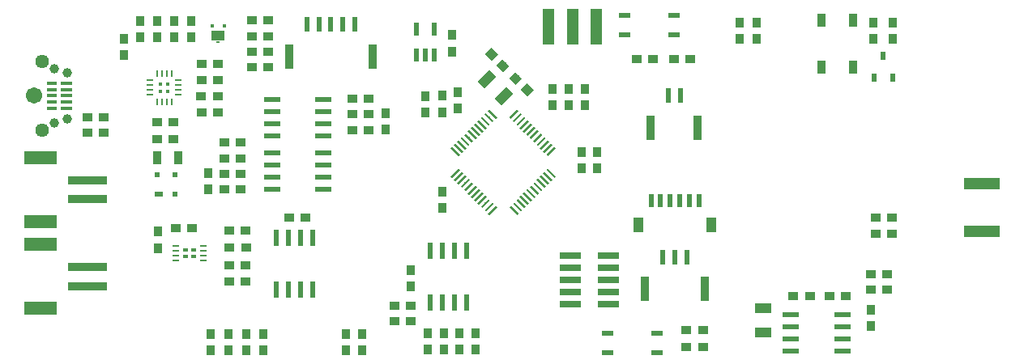
<source format=gbr>
G04 #@! TF.GenerationSoftware,KiCad,Pcbnew,5.0.0-fee4fd1~65~ubuntu16.04.1*
G04 #@! TF.CreationDate,2018-08-20T15:45:06-07:00*
G04 #@! TF.ProjectId,fk-core,666B2D636F72652E6B696361645F7063,0.1*
G04 #@! TF.SameCoordinates,PX791ddc0PY791ddc0*
G04 #@! TF.FileFunction,Paste,Top*
G04 #@! TF.FilePolarity,Positive*
%FSLAX46Y46*%
G04 Gerber Fmt 4.6, Leading zero omitted, Abs format (unit mm)*
G04 Created by KiCad (PCBNEW 5.0.0-fee4fd1~65~ubuntu16.04.1) date Mon Aug 20 15:45:06 2018*
%MOMM*%
%LPD*%
G01*
G04 APERTURE LIST*
%ADD10C,1.710000*%
%ADD11C,1.440000*%
%ADD12C,0.990000*%
%ADD13R,1.215000X0.360000*%
%ADD14R,1.125000X0.360000*%
%ADD15R,3.420000X1.350000*%
%ADD16R,4.050000X0.900000*%
%ADD17R,0.900000X0.990000*%
%ADD18R,0.540000X1.530000*%
%ADD19R,0.900000X2.520000*%
%ADD20R,2.250000X0.675000*%
%ADD21R,1.305000X0.630000*%
%ADD22R,0.810000X1.350000*%
%ADD23R,0.990000X0.900000*%
%ADD24C,0.900000*%
%ADD25C,0.100000*%
%ADD26R,0.360000X0.450000*%
%ADD27R,1.440000X0.990000*%
%ADD28R,0.360000X0.225000*%
%ADD29R,0.900000X0.630000*%
%ADD30R,0.540000X0.630000*%
%ADD31R,0.900000X1.350000*%
%ADD32R,3.780000X1.143000*%
%ADD33R,1.143000X3.780000*%
%ADD34R,0.585000X0.945000*%
%ADD35C,0.225000*%
%ADD36R,0.585000X1.404000*%
%ADD37R,0.540000X1.800000*%
%ADD38R,0.435000X0.435000*%
%ADD39R,0.715000X0.202000*%
%ADD40R,0.202000X0.715000*%
%ADD41R,0.220000X0.715000*%
%ADD42R,1.800000X0.540000*%
%ADD43R,0.675000X0.270000*%
%ADD44R,0.525000X0.435000*%
%ADD45R,1.710000X0.990000*%
%ADD46R,0.540000X1.395000*%
%ADD47R,1.080000X1.620000*%
G04 APERTURE END LIST*
D10*
G04 #@! TO.C,J9*
X-51358500Y8445000D03*
D11*
X-50583500Y4820000D03*
X-50583500Y12070000D03*
D12*
X-47933500Y6020000D03*
X-47933500Y10870000D03*
D13*
X-48008500Y7145000D03*
X-48008500Y7795000D03*
X-48008500Y8445000D03*
X-48008500Y9095000D03*
X-48008500Y9745000D03*
D12*
X-49258500Y11245000D03*
X-49258500Y5645000D03*
D14*
X-49508500Y7145000D03*
X-49508500Y7795000D03*
X-49508500Y8445000D03*
X-49508500Y9095000D03*
X-49508500Y9745000D03*
G04 #@! TD*
D15*
G04 #@! TO.C,J10*
X-50689000Y-13812000D03*
X-50689000Y-7112000D03*
D16*
X-45839000Y-11462000D03*
X-45839000Y-9462000D03*
G04 #@! TD*
D15*
G04 #@! TO.C,J3*
X-50689000Y-4731000D03*
X-50689000Y1969000D03*
D16*
X-45839000Y-2381000D03*
X-45839000Y-381000D03*
G04 #@! TD*
D17*
G04 #@! TO.C,C16*
X-6926802Y-16440022D03*
X-6926802Y-18140022D03*
G04 #@! TD*
D18*
G04 #@! TO.C,J5*
X16820200Y-8438600D03*
X15570200Y-8438600D03*
X14320200Y-8438600D03*
D19*
X18670200Y-11788600D03*
X12470200Y-11788600D03*
G04 #@! TD*
D18*
G04 #@! TO.C,J6*
X-17864200Y15923000D03*
X-19114200Y15923000D03*
X-20364200Y15923000D03*
X-21614200Y15923000D03*
X-22864200Y15923000D03*
D19*
X-16014200Y12573000D03*
X-24714200Y12573000D03*
G04 #@! TD*
D20*
G04 #@! TO.C,J7*
X8629400Y-13385800D03*
X4629400Y-13385800D03*
X8629400Y-12115800D03*
X4629400Y-12115800D03*
X8629400Y-10845800D03*
X4629400Y-10845800D03*
X8629400Y-9575800D03*
X4629400Y-9575800D03*
X8629400Y-8305800D03*
X4629400Y-8305800D03*
G04 #@! TD*
D21*
G04 #@! TO.C,SW2*
X15495900Y16875000D03*
X10335900Y16875000D03*
X10335900Y14875000D03*
X15495900Y14875000D03*
G04 #@! TD*
G04 #@! TO.C,SW1*
X8545200Y-18399000D03*
X13705200Y-18399000D03*
X13705200Y-16399000D03*
X8545200Y-16399000D03*
G04 #@! TD*
D18*
G04 #@! TO.C,J8*
X16131700Y8477800D03*
X14881700Y8477800D03*
D19*
X17981700Y5127800D03*
X13031700Y5127800D03*
G04 #@! TD*
D22*
G04 #@! TO.C,U13*
X30912800Y11431100D03*
X34212800Y11431100D03*
X34212800Y16331100D03*
X30912800Y16331100D03*
G04 #@! TD*
D17*
G04 #@! TO.C,C33*
X-10228802Y-16440022D03*
X-10228802Y-18140022D03*
G04 #@! TD*
G04 #@! TO.C,C34*
X-8577802Y-16440022D03*
X-8577802Y-18140022D03*
G04 #@! TD*
D23*
G04 #@! TO.C,R7*
X-12040500Y-15176500D03*
X-13740500Y-15176500D03*
G04 #@! TD*
D17*
G04 #@! TO.C,C1*
X-7086600Y7154976D03*
X-7086600Y8854976D03*
G04 #@! TD*
D23*
G04 #@! TO.C,C2*
X36553616Y-6022726D03*
X38253616Y-6022726D03*
G04 #@! TD*
D24*
G04 #@! TO.C,C3*
X-2384279Y11602963D03*
D25*
G36*
X-1716063Y11571143D02*
X-2352459Y10934747D01*
X-3052495Y11634783D01*
X-2416099Y12271179D01*
X-1716063Y11571143D01*
X-1716063Y11571143D01*
G37*
D24*
X-3586361Y12805045D03*
D25*
G36*
X-2918145Y12773225D02*
X-3554541Y12136829D01*
X-4254577Y12836865D01*
X-3618181Y13473261D01*
X-2918145Y12773225D01*
X-2918145Y12773225D01*
G37*
G04 #@! TD*
D24*
G04 #@! TO.C,C4*
X-1054920Y10273604D03*
D25*
G36*
X-1723136Y10305424D02*
X-1086740Y10941820D01*
X-386704Y10241784D01*
X-1023100Y9605388D01*
X-1723136Y10305424D01*
X-1723136Y10305424D01*
G37*
D24*
X147162Y9071522D03*
D25*
G36*
X-521054Y9103342D02*
X115342Y9739738D01*
X815378Y9039702D01*
X178982Y8403306D01*
X-521054Y9103342D01*
X-521054Y9103342D01*
G37*
G04 #@! TD*
D17*
G04 #@! TO.C,C5*
X-8737600Y-1575700D03*
X-8737600Y-3275700D03*
G04 #@! TD*
G04 #@! TO.C,C6*
X6172200Y7455800D03*
X6172200Y9155800D03*
G04 #@! TD*
G04 #@! TO.C,C7*
X-8714208Y6748576D03*
X-8714208Y8448576D03*
G04 #@! TD*
G04 #@! TO.C,C8*
X2819400Y7455800D03*
X2819400Y9155800D03*
G04 #@! TD*
G04 #@! TO.C,C9*
X4495800Y7455800D03*
X4495800Y9155800D03*
G04 #@! TD*
D23*
G04 #@! TO.C,C10*
X-38488314Y5670744D03*
X-36788314Y5670744D03*
G04 #@! TD*
D17*
G04 #@! TO.C,C11*
X-7697842Y14799994D03*
X-7697842Y13099994D03*
G04 #@! TD*
D23*
G04 #@! TO.C,C12*
X-32197353Y11760341D03*
X-33897353Y11760341D03*
G04 #@! TD*
G04 #@! TO.C,C13*
X36553616Y-4320926D03*
X38253616Y-4320926D03*
G04 #@! TD*
G04 #@! TO.C,C14*
X-45783868Y4590655D03*
X-44083868Y4590655D03*
G04 #@! TD*
D17*
G04 #@! TO.C,C15*
X-12001500Y-9818000D03*
X-12001500Y-11518000D03*
G04 #@! TD*
D23*
G04 #@! TO.C,C18*
X-24764100Y-4267200D03*
X-23064100Y-4267200D03*
G04 #@! TD*
D17*
G04 #@! TO.C,C19*
X-41986200Y12739000D03*
X-41986200Y14439000D03*
G04 #@! TD*
D23*
G04 #@! TO.C,C20*
X-33910953Y8407541D03*
X-32210953Y8407541D03*
G04 #@! TD*
G04 #@! TO.C,C21*
X-33897353Y6731141D03*
X-32197353Y6731141D03*
G04 #@! TD*
G04 #@! TO.C,C22*
X29679000Y-12522200D03*
X27979000Y-12522200D03*
G04 #@! TD*
D17*
G04 #@! TO.C,C24*
X36042600Y-13958200D03*
X36042600Y-15658200D03*
G04 #@! TD*
D23*
G04 #@! TO.C,C27*
X-30955110Y-9282914D03*
X-29255110Y-9282914D03*
G04 #@! TD*
G04 #@! TO.C,C28*
X-29249000Y-7442200D03*
X-30949000Y-7442200D03*
G04 #@! TD*
D17*
G04 #@! TO.C,D1*
X36347400Y14418600D03*
X36347400Y16118600D03*
G04 #@! TD*
G04 #@! TO.C,D2*
X-31064200Y-16450600D03*
X-31064200Y-18150600D03*
G04 #@! TD*
G04 #@! TO.C,D3*
X-27398530Y-16470430D03*
X-27398530Y-18170430D03*
G04 #@! TD*
D26*
G04 #@! TO.C,D7*
X-31481000Y15807400D03*
X-32781000Y15807400D03*
D27*
X-32131000Y14757400D03*
D28*
X-32131000Y14082400D03*
G04 #@! TD*
D29*
G04 #@! TO.C,D8*
X-38352200Y-1822200D03*
D30*
X-36652200Y-1822200D03*
X-36652200Y177800D03*
X-38552200Y177800D03*
G04 #@! TD*
D23*
G04 #@! TO.C,D9*
X-28612200Y16335400D03*
X-26912200Y16335400D03*
G04 #@! TD*
G04 #@! TO.C,D10*
X-28612200Y13084200D03*
X-26912200Y13084200D03*
G04 #@! TD*
D17*
G04 #@! TO.C,D11*
X22372800Y14390000D03*
X22372800Y16090000D03*
G04 #@! TD*
D31*
G04 #@! TO.C,F1*
X-36314200Y2006600D03*
X-38514200Y2006600D03*
G04 #@! TD*
D32*
G04 #@! TO.C,J1*
X47669200Y-5751200D03*
X47669200Y-751200D03*
G04 #@! TD*
D33*
G04 #@! TO.C,J11*
X4875400Y15709900D03*
X7375400Y15709900D03*
X2375400Y15709900D03*
G04 #@! TD*
D17*
G04 #@! TO.C,L1*
X-10457008Y6733376D03*
X-10457008Y8433376D03*
G04 #@! TD*
D23*
G04 #@! TO.C,L2*
X-38488314Y3943544D03*
X-36788314Y3943544D03*
G04 #@! TD*
D34*
G04 #@! TO.C,Q1*
X36413400Y10327000D03*
X38313400Y10327000D03*
X37363400Y12627000D03*
G04 #@! TD*
D17*
G04 #@! TO.C,R1*
X-18821400Y-16450600D03*
X-18821400Y-18150600D03*
G04 #@! TD*
G04 #@! TO.C,R2*
X-17094200Y-16450600D03*
X-17094200Y-18150600D03*
G04 #@! TD*
G04 #@! TO.C,R3*
X38379400Y16118600D03*
X38379400Y14418600D03*
G04 #@! TD*
G04 #@! TO.C,R4*
X-32893000Y-16450600D03*
X-32893000Y-18150600D03*
G04 #@! TD*
G04 #@! TO.C,R5*
X-29235400Y-16501400D03*
X-29235400Y-18201400D03*
G04 #@! TD*
D23*
G04 #@! TO.C,R6*
X-12040500Y-13525500D03*
X-13740500Y-13525500D03*
G04 #@! TD*
G04 #@! TO.C,R8*
X18503000Y-17856200D03*
X16803000Y-17856200D03*
G04 #@! TD*
G04 #@! TO.C,R9*
X18503000Y-16078200D03*
X16803000Y-16078200D03*
G04 #@! TD*
G04 #@! TO.C,R10*
X11621400Y12268200D03*
X13321400Y12268200D03*
G04 #@! TD*
G04 #@! TO.C,R17*
X17182200Y12268200D03*
X15482200Y12268200D03*
G04 #@! TD*
G04 #@! TO.C,R21*
X-32197353Y10083941D03*
X-33897353Y10083941D03*
G04 #@! TD*
D17*
G04 #@! TO.C,R22*
X-34977753Y16267941D03*
X-34977753Y14567941D03*
G04 #@! TD*
G04 #@! TO.C,R23*
X7449842Y896374D03*
X7449842Y2596374D03*
G04 #@! TD*
G04 #@! TO.C,R24*
X-36755753Y16267941D03*
X-36755753Y14567941D03*
G04 #@! TD*
G04 #@! TO.C,R25*
X-38482953Y16267941D03*
X-38482953Y14567941D03*
G04 #@! TD*
G04 #@! TO.C,R30*
X5824242Y896374D03*
X5824242Y2596374D03*
G04 #@! TD*
D23*
G04 #@! TO.C,R31*
X-45783868Y6241655D03*
X-44083868Y6241655D03*
G04 #@! TD*
G04 #@! TO.C,R32*
X-28612200Y14709800D03*
X-26912200Y14709800D03*
G04 #@! TD*
G04 #@! TO.C,R33*
X-28612200Y11458600D03*
X-26912200Y11458600D03*
G04 #@! TD*
D17*
G04 #@! TO.C,R34*
X-40260953Y14567941D03*
X-40260953Y16267941D03*
G04 #@! TD*
D23*
G04 #@! TO.C,R35*
X36097911Y-10225205D03*
X37797911Y-10225205D03*
G04 #@! TD*
G04 #@! TO.C,R36*
X36097911Y-11850805D03*
X37797911Y-11850805D03*
G04 #@! TD*
G04 #@! TO.C,R37*
X33438200Y-12522200D03*
X31738200Y-12522200D03*
G04 #@! TD*
D17*
G04 #@! TO.C,R39*
X24100000Y14390000D03*
X24100000Y16090000D03*
G04 #@! TD*
D23*
G04 #@! TO.C,R40*
X-29255110Y-11010114D03*
X-30955110Y-11010114D03*
G04 #@! TD*
G04 #@! TO.C,R41*
X-29255110Y-5664200D03*
X-30955110Y-5664200D03*
G04 #@! TD*
G04 #@! TO.C,R42*
X-36562400Y-5435600D03*
X-34862400Y-5435600D03*
G04 #@! TD*
D17*
G04 #@! TO.C,R43*
X-38404800Y-7479400D03*
X-38404800Y-5779400D03*
G04 #@! TD*
D35*
G04 #@! TO.C,U2*
X-3493571Y6519058D03*
D25*
G36*
X-3986778Y6853166D02*
X-3827679Y7012265D01*
X-3000364Y6184950D01*
X-3159463Y6025851D01*
X-3986778Y6853166D01*
X-3986778Y6853166D01*
G37*
D35*
X-3847124Y6165505D03*
D25*
G36*
X-4340331Y6499613D02*
X-4181232Y6658712D01*
X-3353917Y5831397D01*
X-3513016Y5672298D01*
X-4340331Y6499613D01*
X-4340331Y6499613D01*
G37*
D35*
X-4200678Y5811951D03*
D25*
G36*
X-4693885Y6146059D02*
X-4534786Y6305158D01*
X-3707471Y5477843D01*
X-3866570Y5318744D01*
X-4693885Y6146059D01*
X-4693885Y6146059D01*
G37*
D35*
X-4554231Y5458398D03*
D25*
G36*
X-5047438Y5792506D02*
X-4888339Y5951605D01*
X-4061024Y5124290D01*
X-4220123Y4965191D01*
X-5047438Y5792506D01*
X-5047438Y5792506D01*
G37*
D35*
X-4907784Y5104845D03*
D25*
G36*
X-5400991Y5438953D02*
X-5241892Y5598052D01*
X-4414577Y4770737D01*
X-4573676Y4611638D01*
X-5400991Y5438953D01*
X-5400991Y5438953D01*
G37*
D35*
X-5261338Y4751291D03*
D25*
G36*
X-5754545Y5085399D02*
X-5595446Y5244498D01*
X-4768131Y4417183D01*
X-4927230Y4258084D01*
X-5754545Y5085399D01*
X-5754545Y5085399D01*
G37*
D35*
X-5614891Y4397738D03*
D25*
G36*
X-6108098Y4731846D02*
X-5948999Y4890945D01*
X-5121684Y4063630D01*
X-5280783Y3904531D01*
X-6108098Y4731846D01*
X-6108098Y4731846D01*
G37*
D35*
X-5968445Y4044184D03*
D25*
G36*
X-6461652Y4378292D02*
X-6302553Y4537391D01*
X-5475238Y3710076D01*
X-5634337Y3550977D01*
X-6461652Y4378292D01*
X-6461652Y4378292D01*
G37*
D35*
X-6321998Y3690631D03*
D25*
G36*
X-6815205Y4024739D02*
X-6656106Y4183838D01*
X-5828791Y3356523D01*
X-5987890Y3197424D01*
X-6815205Y4024739D01*
X-6815205Y4024739D01*
G37*
D35*
X-6675551Y3337078D03*
D25*
G36*
X-7168758Y3671186D02*
X-7009659Y3830285D01*
X-6182344Y3002970D01*
X-6341443Y2843871D01*
X-7168758Y3671186D01*
X-7168758Y3671186D01*
G37*
D35*
X-7029105Y2983524D03*
D25*
G36*
X-7522312Y3317632D02*
X-7363213Y3476731D01*
X-6535898Y2649416D01*
X-6694997Y2490317D01*
X-7522312Y3317632D01*
X-7522312Y3317632D01*
G37*
D35*
X-7382658Y2629971D03*
D25*
G36*
X-7875865Y2964079D02*
X-7716766Y3123178D01*
X-6889451Y2295863D01*
X-7048550Y2136764D01*
X-7875865Y2964079D01*
X-7875865Y2964079D01*
G37*
D35*
X-7382658Y367229D03*
D25*
G36*
X-7716766Y-125978D02*
X-7875865Y33121D01*
X-7048550Y860436D01*
X-6889451Y701337D01*
X-7716766Y-125978D01*
X-7716766Y-125978D01*
G37*
D35*
X-7029105Y13676D03*
D25*
G36*
X-7363213Y-479531D02*
X-7522312Y-320432D01*
X-6694997Y506883D01*
X-6535898Y347784D01*
X-7363213Y-479531D01*
X-7363213Y-479531D01*
G37*
D35*
X-6675551Y-339878D03*
D25*
G36*
X-7009659Y-833085D02*
X-7168758Y-673986D01*
X-6341443Y153329D01*
X-6182344Y-5770D01*
X-7009659Y-833085D01*
X-7009659Y-833085D01*
G37*
D35*
X-6321998Y-693431D03*
D25*
G36*
X-6656106Y-1186638D02*
X-6815205Y-1027539D01*
X-5987890Y-200224D01*
X-5828791Y-359323D01*
X-6656106Y-1186638D01*
X-6656106Y-1186638D01*
G37*
D35*
X-5968445Y-1046984D03*
D25*
G36*
X-6302553Y-1540191D02*
X-6461652Y-1381092D01*
X-5634337Y-553777D01*
X-5475238Y-712876D01*
X-6302553Y-1540191D01*
X-6302553Y-1540191D01*
G37*
D35*
X-5614891Y-1400538D03*
D25*
G36*
X-5948999Y-1893745D02*
X-6108098Y-1734646D01*
X-5280783Y-907331D01*
X-5121684Y-1066430D01*
X-5948999Y-1893745D01*
X-5948999Y-1893745D01*
G37*
D35*
X-5261338Y-1754091D03*
D25*
G36*
X-5595446Y-2247298D02*
X-5754545Y-2088199D01*
X-4927230Y-1260884D01*
X-4768131Y-1419983D01*
X-5595446Y-2247298D01*
X-5595446Y-2247298D01*
G37*
D35*
X-4907784Y-2107645D03*
D25*
G36*
X-5241892Y-2600852D02*
X-5400991Y-2441753D01*
X-4573676Y-1614438D01*
X-4414577Y-1773537D01*
X-5241892Y-2600852D01*
X-5241892Y-2600852D01*
G37*
D35*
X-4554231Y-2461198D03*
D25*
G36*
X-4888339Y-2954405D02*
X-5047438Y-2795306D01*
X-4220123Y-1967991D01*
X-4061024Y-2127090D01*
X-4888339Y-2954405D01*
X-4888339Y-2954405D01*
G37*
D35*
X-4200678Y-2814751D03*
D25*
G36*
X-4534786Y-3307958D02*
X-4693885Y-3148859D01*
X-3866570Y-2321544D01*
X-3707471Y-2480643D01*
X-4534786Y-3307958D01*
X-4534786Y-3307958D01*
G37*
D35*
X-3847124Y-3168305D03*
D25*
G36*
X-4181232Y-3661512D02*
X-4340331Y-3502413D01*
X-3513016Y-2675098D01*
X-3353917Y-2834197D01*
X-4181232Y-3661512D01*
X-4181232Y-3661512D01*
G37*
D35*
X-3493571Y-3521858D03*
D25*
G36*
X-3827679Y-4015065D02*
X-3986778Y-3855966D01*
X-3159463Y-3028651D01*
X-3000364Y-3187750D01*
X-3827679Y-4015065D01*
X-3827679Y-4015065D01*
G37*
D35*
X-1230829Y-3521858D03*
D25*
G36*
X-1724036Y-3187750D02*
X-1564937Y-3028651D01*
X-737622Y-3855966D01*
X-896721Y-4015065D01*
X-1724036Y-3187750D01*
X-1724036Y-3187750D01*
G37*
D35*
X-877276Y-3168305D03*
D25*
G36*
X-1370483Y-2834197D02*
X-1211384Y-2675098D01*
X-384069Y-3502413D01*
X-543168Y-3661512D01*
X-1370483Y-2834197D01*
X-1370483Y-2834197D01*
G37*
D35*
X-523722Y-2814751D03*
D25*
G36*
X-1016929Y-2480643D02*
X-857830Y-2321544D01*
X-30515Y-3148859D01*
X-189614Y-3307958D01*
X-1016929Y-2480643D01*
X-1016929Y-2480643D01*
G37*
D35*
X-170169Y-2461198D03*
D25*
G36*
X-663376Y-2127090D02*
X-504277Y-1967991D01*
X323038Y-2795306D01*
X163939Y-2954405D01*
X-663376Y-2127090D01*
X-663376Y-2127090D01*
G37*
D35*
X183384Y-2107645D03*
D25*
G36*
X-309823Y-1773537D02*
X-150724Y-1614438D01*
X676591Y-2441753D01*
X517492Y-2600852D01*
X-309823Y-1773537D01*
X-309823Y-1773537D01*
G37*
D35*
X536938Y-1754091D03*
D25*
G36*
X43731Y-1419983D02*
X202830Y-1260884D01*
X1030145Y-2088199D01*
X871046Y-2247298D01*
X43731Y-1419983D01*
X43731Y-1419983D01*
G37*
D35*
X890491Y-1400538D03*
D25*
G36*
X397284Y-1066430D02*
X556383Y-907331D01*
X1383698Y-1734646D01*
X1224599Y-1893745D01*
X397284Y-1066430D01*
X397284Y-1066430D01*
G37*
D35*
X1244045Y-1046984D03*
D25*
G36*
X750838Y-712876D02*
X909937Y-553777D01*
X1737252Y-1381092D01*
X1578153Y-1540191D01*
X750838Y-712876D01*
X750838Y-712876D01*
G37*
D35*
X1597598Y-693431D03*
D25*
G36*
X1104391Y-359323D02*
X1263490Y-200224D01*
X2090805Y-1027539D01*
X1931706Y-1186638D01*
X1104391Y-359323D01*
X1104391Y-359323D01*
G37*
D35*
X1951151Y-339878D03*
D25*
G36*
X1457944Y-5770D02*
X1617043Y153329D01*
X2444358Y-673986D01*
X2285259Y-833085D01*
X1457944Y-5770D01*
X1457944Y-5770D01*
G37*
D35*
X2304705Y13676D03*
D25*
G36*
X1811498Y347784D02*
X1970597Y506883D01*
X2797912Y-320432D01*
X2638813Y-479531D01*
X1811498Y347784D01*
X1811498Y347784D01*
G37*
D35*
X2658258Y367229D03*
D25*
G36*
X2165051Y701337D02*
X2324150Y860436D01*
X3151465Y33121D01*
X2992366Y-125978D01*
X2165051Y701337D01*
X2165051Y701337D01*
G37*
D35*
X2658258Y2629971D03*
D25*
G36*
X2324150Y2136764D02*
X2165051Y2295863D01*
X2992366Y3123178D01*
X3151465Y2964079D01*
X2324150Y2136764D01*
X2324150Y2136764D01*
G37*
D35*
X2304705Y2983524D03*
D25*
G36*
X1970597Y2490317D02*
X1811498Y2649416D01*
X2638813Y3476731D01*
X2797912Y3317632D01*
X1970597Y2490317D01*
X1970597Y2490317D01*
G37*
D35*
X1951151Y3337078D03*
D25*
G36*
X1617043Y2843871D02*
X1457944Y3002970D01*
X2285259Y3830285D01*
X2444358Y3671186D01*
X1617043Y2843871D01*
X1617043Y2843871D01*
G37*
D35*
X1597598Y3690631D03*
D25*
G36*
X1263490Y3197424D02*
X1104391Y3356523D01*
X1931706Y4183838D01*
X2090805Y4024739D01*
X1263490Y3197424D01*
X1263490Y3197424D01*
G37*
D35*
X1244045Y4044184D03*
D25*
G36*
X909937Y3550977D02*
X750838Y3710076D01*
X1578153Y4537391D01*
X1737252Y4378292D01*
X909937Y3550977D01*
X909937Y3550977D01*
G37*
D35*
X890491Y4397738D03*
D25*
G36*
X556383Y3904531D02*
X397284Y4063630D01*
X1224599Y4890945D01*
X1383698Y4731846D01*
X556383Y3904531D01*
X556383Y3904531D01*
G37*
D35*
X536938Y4751291D03*
D25*
G36*
X202830Y4258084D02*
X43731Y4417183D01*
X871046Y5244498D01*
X1030145Y5085399D01*
X202830Y4258084D01*
X202830Y4258084D01*
G37*
D35*
X183384Y5104845D03*
D25*
G36*
X-150724Y4611638D02*
X-309823Y4770737D01*
X517492Y5598052D01*
X676591Y5438953D01*
X-150724Y4611638D01*
X-150724Y4611638D01*
G37*
D35*
X-170169Y5458398D03*
D25*
G36*
X-504277Y4965191D02*
X-663376Y5124290D01*
X163939Y5951605D01*
X323038Y5792506D01*
X-504277Y4965191D01*
X-504277Y4965191D01*
G37*
D35*
X-523722Y5811951D03*
D25*
G36*
X-857830Y5318744D02*
X-1016929Y5477843D01*
X-189614Y6305158D01*
X-30515Y6146059D01*
X-857830Y5318744D01*
X-857830Y5318744D01*
G37*
D35*
X-877276Y6165505D03*
D25*
G36*
X-1211384Y5672298D02*
X-1370483Y5831397D01*
X-543168Y6658712D01*
X-384069Y6499613D01*
X-1211384Y5672298D01*
X-1211384Y5672298D01*
G37*
D35*
X-1230829Y6519058D03*
D25*
G36*
X-1564937Y6025851D02*
X-1724036Y6184950D01*
X-896721Y7012265D01*
X-737622Y6853166D01*
X-1564937Y6025851D01*
X-1564937Y6025851D01*
G37*
G04 #@! TD*
D36*
G04 #@! TO.C,U4*
X-11440442Y12715608D03*
X-10490442Y12715608D03*
X-9540442Y12715608D03*
X-9540442Y15415608D03*
X-11440442Y15415608D03*
G04 #@! TD*
D37*
G04 #@! TO.C,U5*
X-26035000Y-6444000D03*
X-24765000Y-6444000D03*
X-23495000Y-6444000D03*
X-22225000Y-6444000D03*
X-22225000Y-11844000D03*
X-23495000Y-11844000D03*
X-24765000Y-11844000D03*
X-26035000Y-11844000D03*
G04 #@! TD*
D38*
G04 #@! TO.C,U6*
X-37409083Y8945133D03*
X-37409083Y9695133D03*
X-38159083Y9695133D03*
X-38159083Y8945133D03*
D39*
X-39259083Y10070133D03*
X-39259083Y9570133D03*
X-39259083Y9070133D03*
X-39259083Y8570133D03*
D40*
X-38534083Y7845133D03*
X-38034083Y7845133D03*
D41*
X-37534083Y7845133D03*
D40*
X-37034083Y7845133D03*
D39*
X-36309083Y8570133D03*
X-36309083Y9070133D03*
X-36309083Y9570133D03*
X-36309083Y10070133D03*
D40*
X-37034083Y10795133D03*
X-37534083Y10795133D03*
X-38034083Y10795133D03*
D41*
X-38534083Y10795133D03*
G04 #@! TD*
D42*
G04 #@! TO.C,U7*
X33103800Y-14478000D03*
X33103800Y-15748000D03*
X33103800Y-17018000D03*
X33103800Y-18288000D03*
X27703800Y-18288000D03*
X27703800Y-17018000D03*
X27703800Y-15748000D03*
X27703800Y-14478000D03*
G04 #@! TD*
D43*
G04 #@! TO.C,U11*
X-33664610Y-8769814D03*
X-33664610Y-8269814D03*
X-33664610Y-7769814D03*
X-33664610Y-7269814D03*
X-36564610Y-7269814D03*
X-36564610Y-7769814D03*
X-36564610Y-8269814D03*
X-36564610Y-8769814D03*
D44*
X-35552110Y-7657314D03*
X-35552110Y-8382314D03*
X-34677110Y-7657314D03*
X-34677110Y-8382314D03*
G04 #@! TD*
D37*
G04 #@! TO.C,U12*
X-6159500Y-13147000D03*
X-7429500Y-13147000D03*
X-8699500Y-13147000D03*
X-9969500Y-13147000D03*
X-9969500Y-7747000D03*
X-8699500Y-7747000D03*
X-7429500Y-7747000D03*
X-6159500Y-7747000D03*
G04 #@! TD*
D12*
G04 #@! TO.C,Y1*
X-4058883Y10205683D03*
D25*
G36*
X-5013477Y9951125D02*
X-3804325Y11160277D01*
X-3104289Y10460241D01*
X-4313441Y9251089D01*
X-5013477Y9951125D01*
X-5013477Y9951125D01*
G37*
D12*
X-2291117Y8437917D03*
D25*
G36*
X-3245711Y8183359D02*
X-2036559Y9392511D01*
X-1336523Y8692475D01*
X-2545675Y7483323D01*
X-3245711Y8183359D01*
X-3245711Y8183359D01*
G37*
G04 #@! TD*
D45*
G04 #@! TO.C,Y2*
X24815800Y-16312200D03*
X24815800Y-13812200D03*
G04 #@! TD*
D17*
G04 #@! TO.C,C17*
X-5275802Y-16440022D03*
X-5275802Y-18140022D03*
G04 #@! TD*
D46*
G04 #@! TO.C,J13*
X18082900Y-2535800D03*
X17082900Y-2535800D03*
X16082900Y-2535800D03*
X15082900Y-2535800D03*
X14082900Y-2535800D03*
X13082900Y-2535800D03*
D47*
X19382900Y-5060800D03*
X11782900Y-5060800D03*
G04 #@! TD*
D23*
G04 #@! TO.C,C23*
X-29782400Y254000D03*
X-31482400Y254000D03*
G04 #@! TD*
D17*
G04 #@! TO.C,C25*
X-33172400Y342000D03*
X-33172400Y-1358000D03*
G04 #@! TD*
D23*
G04 #@! TO.C,R11*
X-29782400Y-1371600D03*
X-31482400Y-1371600D03*
G04 #@! TD*
G04 #@! TO.C,R12*
X-29782400Y1879600D03*
X-31482400Y1879600D03*
G04 #@! TD*
D42*
G04 #@! TO.C,U8*
X-21125200Y2463800D03*
X-21125200Y1193800D03*
X-21125200Y-76200D03*
X-21125200Y-1346200D03*
X-26525200Y-1346200D03*
X-26525200Y-76200D03*
X-26525200Y1193800D03*
X-26525200Y2463800D03*
G04 #@! TD*
D23*
G04 #@! TO.C,C26*
X-29782400Y3556000D03*
X-31482400Y3556000D03*
G04 #@! TD*
G04 #@! TO.C,C29*
X-16422000Y6502400D03*
X-18122000Y6502400D03*
G04 #@! TD*
D17*
G04 #@! TO.C,C30*
X-14681200Y6641200D03*
X-14681200Y4941200D03*
G04 #@! TD*
D23*
G04 #@! TO.C,R13*
X-18122000Y8128000D03*
X-16422000Y8128000D03*
G04 #@! TD*
G04 #@! TO.C,R14*
X-18122000Y4876800D03*
X-16422000Y4876800D03*
G04 #@! TD*
D42*
G04 #@! TO.C,U9*
X-26525200Y4292600D03*
X-26525200Y5562600D03*
X-26525200Y6832600D03*
X-26525200Y8102600D03*
X-21125200Y8102600D03*
X-21125200Y6832600D03*
X-21125200Y5562600D03*
X-21125200Y4292600D03*
G04 #@! TD*
M02*

</source>
